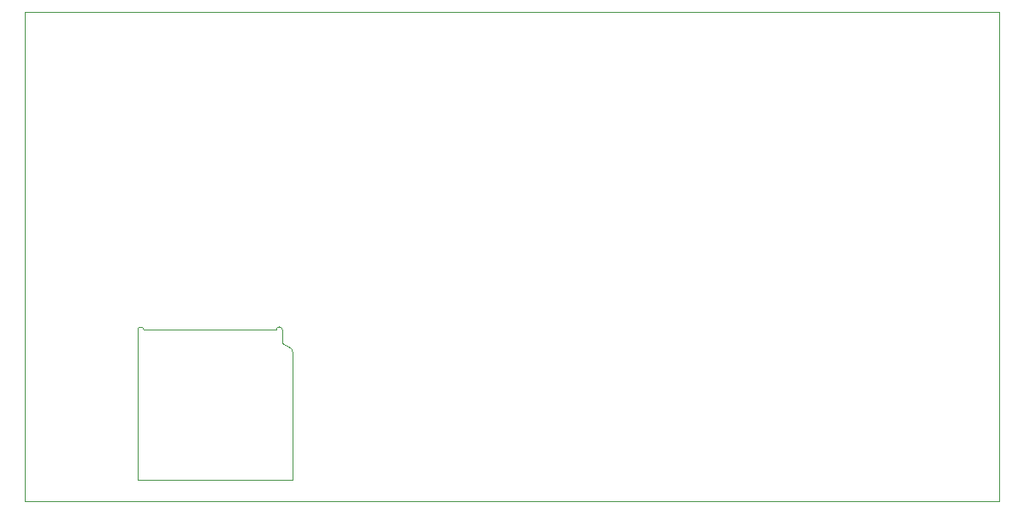
<source format=gbr>
%TF.GenerationSoftware,KiCad,Pcbnew,8.0.3*%
%TF.CreationDate,2025-01-08T01:15:00+05:30*%
%TF.ProjectId,gps,6770732e-6b69-4636-9164-5f7063625858,rev?*%
%TF.SameCoordinates,Original*%
%TF.FileFunction,Profile,NP*%
%FSLAX46Y46*%
G04 Gerber Fmt 4.6, Leading zero omitted, Abs format (unit mm)*
G04 Created by KiCad (PCBNEW 8.0.3) date 2025-01-08 01:15:00*
%MOMM*%
%LPD*%
G01*
G04 APERTURE LIST*
%TA.AperFunction,Profile*%
%ADD10C,0.050000*%
%TD*%
%TA.AperFunction,Profile*%
%ADD11C,0.010000*%
%TD*%
G04 APERTURE END LIST*
D10*
X116608300Y-54336800D02*
X213081700Y-54336800D01*
X213081700Y-102840000D01*
X116608300Y-102840000D01*
X116608300Y-54336800D01*
D11*
%TO.C,J5*%
X127813250Y-85832500D02*
X127813250Y-100682500D01*
X127813250Y-100682500D02*
X143113250Y-100682500D01*
X141513250Y-85832500D02*
X128413250Y-85832500D01*
X142113250Y-87132500D02*
X142113250Y-85832500D01*
X142852910Y-87536470D02*
X142113250Y-87132500D01*
X143113250Y-100682500D02*
X143113250Y-87975290D01*
X127813250Y-85832500D02*
G75*
G02*
X128413250Y-85832500I300000J0D01*
G01*
X141513250Y-85832500D02*
G75*
G02*
X142113250Y-85832500I300000J0D01*
G01*
X142852910Y-87536470D02*
G75*
G02*
X143113259Y-87975290I-239660J-438830D01*
G01*
%TD*%
M02*

</source>
